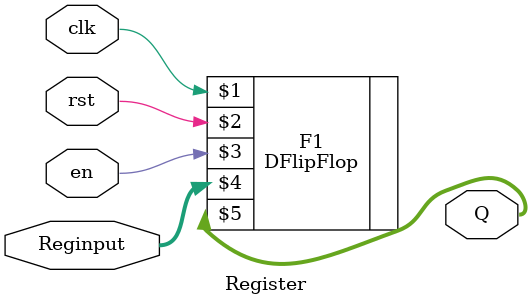
<source format=v>
`timescale 1ns / 1ps
module Register #(parameter n =32)( input clk , input rst , en ,output [n-1:0] Q , input[n-1:0] Reginput);
 DFlipFlop F1( clk, rst , en, Reginput, Q); // call D flip flop with reg enable 
endmodule

</source>
